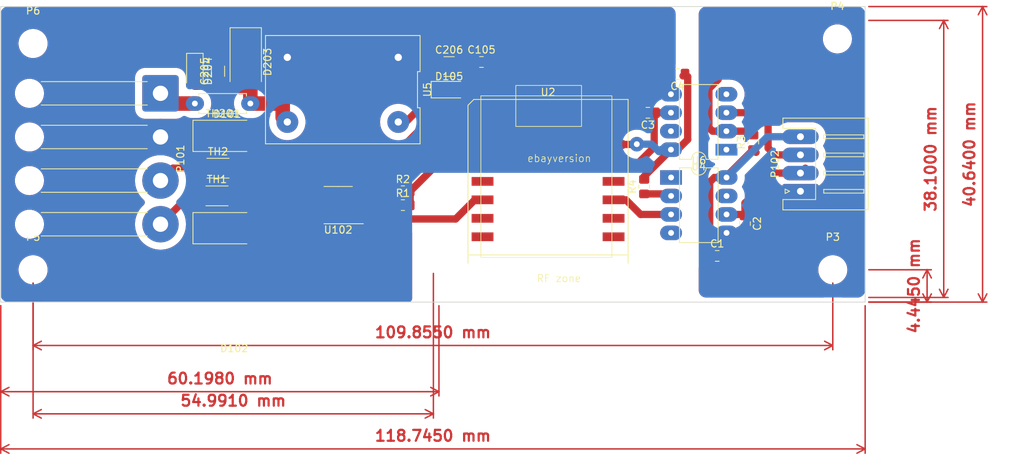
<source format=kicad_pcb>
(kicad_pcb (version 20221018) (generator pcbnew)
  (layers (0 "F.Cu" signal) (31 "B.Cu" signal) (34 "B.Paste" user) (35 "F.Paste" user) (36 "B.SilkS" user "B.Silkscreen") (37 "F.SilkS" user "F.Silkscreen") (38 "B.Mask" user) (39 "F.Mask" user) (44 "Edge.Cuts" user))
  (net 0 "")
  (net 1 "5V BMS")
  (net 2 "GND BMS")
  (net 3 "TX to BMS")
  (net 4 "GND")
  (net 5 "3v3")
  (net 6 "5V")
  (net 7 "Net-(D203-K)")
  (net 8 "5.8V")
  (net 9 "Net-(D101-K)")
  (net 10 "Net-(D102-K)")
  (net 11 "12v")
  (net 12 "CAN-H")
  (net 13 "CAN-L")
  (net 14 "RX from BMS")
  (net 15 "CAN-RX")
  (net 16 "Net-(U102-RXD)")
  (net 17 "Net-(U4-A)")
  (net 18 "Net-(U6-A)")
  (net 23 "CAN-TX")
  (net 25 "BMS-RX")
  (net 26 "BMS-TX")
  (net 27 "unconnected-(U2-gpio5-Pad1)")
  (net 28 "unconnected-(U2-gop6-Pad2)")
  (footprint "MountingHole:MountingHole_3.5mm" (layer "F.Cu") (at 127.635 44.45)
    (fp_text reference "P4" (at 0 -4.5) (layer "F.SilkS"))
    (fp_text value "CONN_1")
    (pad "" np_thru_hole circle (at 0 0) (size 3.5 3.5) (drill 3.5) (layers "*.Cu" "*.Mask"))
  )
  (footprint "Resistor_THT:R_Axial_DIN0207_L6.3mm_D2.5mm_P7.62mm_Horizontal" (layer "F.Cu") (at 46.99 53.34 180)
    (fp_text reference "TH201" (at 3.81 -1.37) (layer "F.SilkS"))
    (fp_text value "500mA Thermistor")
    (fp_line (start 0.54 -1.37) (end 7.08 -1.37) (stroke (width 0.12)) (layer "F.SilkS"))
    (fp_line (start 0.54 -1.04) (end 0.54 -1.37) (stroke (width 0.12)) (layer "F.SilkS"))
    (fp_line (start 0.54 1.04) (end 0.54 1.37) (stroke (width 0.12)) (layer "F.SilkS"))
    (fp_line (start 0.54 1.37) (end 7.08 1.37) (stroke (width 0.12)) (layer "F.SilkS"))
    (fp_line (start 7.08 -1.37) (end 7.08 -1.04) (stroke (width 0.12)) (layer "F.SilkS"))
    (fp_line (start 7.08 1.37) (end 7.08 1.04) (stroke (width 0.12)) (layer "F.SilkS"))
    (pad "1" thru_hole oval (at 0 0 180) (size 2.5 2) (drill 0.8) (layers "*.Cu" "*.Mask") (net 7 "Net-(D203-K)"))
    (pad "2" thru_hole oval (at 7.62 0 180) (size 2.5 2) (drill 0.8) (layers "*.Cu" "*.Mask") (net 11 "12v"))
  )
  (footprint "Diode_SMD:D_SMB_Handsoldering" (layer "F.Cu") (at 43.815 70.485)
    (fp_text reference "D102" (at 0.9528 16.5326) (layer "F.SilkS"))
    (fp_text value "SMBJ30CA-TR TSV")
    (fp_line (start -4.71 -2.15) (end -4.71 2.15) (stroke (width 0.12)) (layer "F.SilkS"))
    (fp_line (start -4.71 -2.15) (end 2.7 -2.15) (stroke (width 0.12)) (layer "F.SilkS"))
    (fp_line (start -4.71 2.15) (end 2.7 2.15) (stroke (width 0.12)) (layer "F.SilkS"))
    (pad "1" smd roundrect (at -2.7 0) (size 3.5 2.3) (layers "F.Cu" "F.Paste" "F.Mask") (roundrect_rratio 0.1086956522) (net 4 "GND"))
    (pad "2" smd roundrect (at 2.7 0) (size 3.5 2.3) (layers "F.Cu" "F.Paste" "F.Mask") (roundrect_rratio 0.1086956522) (net 10 "Net-(D102-K)"))
  )
  (footprint "Capacitor_SMD:C_0805_2012Metric_Pad1.18x1.45mm_HandSolder" (layer "F.Cu") (at 114.935 69.85 -90)
    (fp_text reference "C2" (at 0 -1.68 90) (layer "F.SilkS"))
    (fp_text value "15pF")
    (fp_line (start -0.261252 -0.735) (end 0.261252 -0.735) (stroke (width 0.12)) (layer "F.SilkS"))
    (fp_line (start -0.261252 0.735) (end 0.261252 0.735) (stroke (width 0.12)) (layer "F.SilkS"))
    (pad "1" smd roundrect (at -1.0375 0 270) (size 1.175 1.45) (layers "F.Cu" "F.Paste" "F.Mask") (roundrect_rratio 0.2127659574) (net 3 "TX to BMS"))
    (pad "2" smd roundrect (at 1.0375 0 270) (size 1.175 1.45) (layers "F.Cu" "F.Paste" "F.Mask") (roundrect_rratio 0.2127659574) (net 2 "GND BMS"))
  )
  (footprint "Capacitor_SMD:C_1206_3216Metric_Pad1.33x1.80mm_HandSolder" (layer "F.Cu") (at 42.545 48.895 90)
    (fp_text reference "C205" (at 0 -1.85 90) (layer "F.SilkS"))
    (fp_text value "100uF")
    (fp_line (start -0.711252 -0.91) (end 0.711252 -0.91) (stroke (width 0.12)) (layer "F.SilkS"))
    (fp_line (start -0.711252 0.91) (end 0.711252 0.91) (stroke (width 0.12)) (layer "F.SilkS"))
    (pad "1" smd roundrect (at -1.5625 0 90) (size 1.325 1.8) (layers "F.Cu" "F.Paste" "F.Mask") (roundrect_rratio 0.1886792453) (net 7 "Net-(D203-K)"))
    (pad "2" smd roundrect (at 1.5625 0 90) (size 1.325 1.8) (layers "F.Cu" "F.Paste" "F.Mask") (roundrect_rratio 0.1886792453) (net 4 "GND"))
  )
  (footprint "Capacitor_SMD:C_0805_2012Metric_Pad1.18x1.45mm_HandSolder" (layer "F.Cu") (at 111.125 74.295)
    (fp_text reference "C1" (at 0 -1.68) (layer "F.SilkS"))
    (fp_text value "100nF")
    (fp_line (start -0.261252 -0.735) (end 0.261252 -0.735) (stroke (width 0.12)) (layer "F.SilkS"))
    (fp_line (start -0.261252 0.735) (end 0.261252 0.735) (stroke (width 0.12)) (layer "F.SilkS"))
    (pad "1" smd roundrect (at -1.0375 0) (size 1.175 1.45) (layers "F.Cu" "F.Paste" "F.Mask") (roundrect_rratio 0.2127659574) (net 1 "5V BMS"))
    (pad "2" smd roundrect (at 1.0375 0) (size 1.175 1.45) (layers "F.Cu" "F.Paste" "F.Mask") (roundrect_rratio 0.2127659574) (net 2 "GND BMS"))
  )
  (footprint "Package_SO:SOIC-8_3.9x4.9mm_P1.27mm" (layer "F.Cu") (at 59.055 67.31 180)
    (fp_text reference "U102" (at 0 -3.4) (layer "F.SilkS"))
    (fp_text value "TJA1050")
    (fp_line (start 0 -2.56) (end -3.45 -2.56) (stroke (width 0.12)) (layer "F.SilkS"))
    (fp_line (start 0 -2.56) (end 1.95 -2.56) (stroke (width 0.12)) (layer "F.SilkS"))
    (fp_line (start 0 2.56) (end -1.95 2.56) (stroke (width 0.12)) (layer "F.SilkS"))
    (fp_line (start 0 2.56) (end 1.95 2.56) (stroke (width 0.12)) (layer "F.SilkS"))
    (pad "1" smd roundrect (at -2.475 -1.905 180) (size 1.95 0.6) (layers "F.Cu" "F.Paste" "F.Mask") (net 23 "CAN-TX"))
    (pad "2" smd roundrect (at -2.475 -0.635 180) (size 1.95 0.6) (layers "F.Cu" "F.Paste" "F.Mask") (net 4 "GND"))
    (pad "3" smd roundrect (at -2.475 0.635 180) (size 1.95 0.6) (layers "F.Cu" "F.Paste" "F.Mask") (net 6 "5V"))
    (pad "4" smd roundrect (at -2.475 1.905 180) (size 1.95 0.6) (layers "F.Cu" "F.Paste" "F.Mask") (net 16 "Net-(U102-RXD)"))
    (pad "5" smd roundrect (at 2.475 1.905 180) (size 1.95 0.6) (layers "F.Cu" "F.Paste" "F.Mask"))
    (pad "6" smd roundrect (at 2.475 0.635 180) (size 1.95 0.6) (layers "F.Cu" "F.Paste" "F.Mask") (net 9 "Net-(D101-K)"))
    (pad "7" smd roundrect (at 2.475 -0.635 180) (size 1.95 0.6) (layers "F.Cu" "F.Paste" "F.Mask") (net 10 "Net-(D102-K)"))
    (pad "8" smd roundrect (at 2.475 -1.905 180) (size 1.95 0.6) (layers "F.Cu" "F.Paste" "F.Mask") (net 4 "GND"))
  )
  (footprint "Diode_SMD:D_1206_3216Metric_Pad1.42x1.75mm_HandSolder" (layer "F.Cu") (at 39.37 48.895 -90)
    (fp_text reference "D204" (at 0 -1.82 90) (layer "F.SilkS"))
    (fp_text value "1N5819")
    (fp_line (start -2.46 -1.135) (end -2.46 1.135) (stroke (width 0.12)) (layer "F.SilkS"))
    (fp_line (start -2.46 1.135) (end 1.6 1.135) (stroke (width 0.12)) (layer "F.SilkS"))
    (fp_line (start 1.6 -1.135) (end -2.46 -1.135) (stroke (width 0.12)) (layer "F.SilkS"))
    (pad "1" smd roundrect (at -1.4875 0 270) (size 1.425 1.75) (layers "F.Cu" "F.Paste" "F.Mask") (roundrect_rratio 0.1754392982) (net 4 "GND"))
    (pad "2" smd roundrect (at 1.4875 0 270) (size 1.425 1.75) (layers "F.Cu" "F.Paste" "F.Mask") (roundrect_rratio 0.1754392982) (net 7 "Net-(D203-K)"))
  )
  (footprint "Resistor_SMD:R_2010_5025Metric_Pad1.40x2.65mm_HandSolder" (layer "F.Cu") (at 42.545 62.23)
    (fp_text reference "TH2" (at 0 -2.28) (layer "F.SilkS"))
    (fp_text value "Thermistor")
    (fp_line (start -1.527064 -1.36) (end 1.527064 -1.36) (stroke (width 0.12)) (layer "F.SilkS"))
    (fp_line (start -1.527064 1.36) (end 1.527064 1.36) (stroke (width 0.12)) (layer "F.SilkS"))
    (pad "1" smd roundrect (at -2.4 0) (size 1.4 2.65) (layers "F.Cu" "F.Paste" "F.Mask") (roundrect_rratio 0.1785707143) (net 13 "CAN-L"))
    (pad "2" smd roundrect (at 2.4 0) (size 1.4 2.65) (layers "F.Cu" "F.Paste" "F.Mask") (roundrect_rratio 0.1785707143) (net 9 "Net-(D101-K)"))
  )
  (footprint "Resistor_SMD:R_0805_2012Metric_Pad1.20x1.40mm_HandSolder" (layer "F.Cu") (at 67.945 65.405)
    (fp_text reference "R2" (at 0 -1.65) (layer "F.SilkS"))
    (fp_text value "2.2K")
    (fp_line (start -0.227064 -0.735) (end 0.227064 -0.735) (stroke (width 0.12)) (layer "F.SilkS"))
    (fp_line (start -0.227064 0.735) (end 0.227064 0.735) (stroke (width 0.12)) (layer "F.SilkS"))
    (pad "1" smd roundrect (at -1 0) (size 1.2 1.4) (layers "F.Cu" "F.Paste" "F.Mask") (roundrect_rratio 0.2083333333) (net 16 "Net-(U102-RXD)"))
    (pad "2" smd roundrect (at 1 0) (size 1.2 1.4) (layers "F.Cu" "F.Paste" "F.Mask") (roundrect_rratio 0.2083333333) (net 15 "CAN-RX"))
  )
  (footprint "Diode_SMD:D_SMB_Handsoldering" (layer "F.Cu") (at 43.815 57.785)
    (fp_text reference "D101" (at 0 -3) (layer "F.SilkS"))
    (fp_text value "SMBJ30CA-TR TSV")
    (fp_line (start -4.71 -2.15) (end -4.71 2.15) (stroke (width 0.12)) (layer "F.SilkS"))
    (fp_line (start -4.71 -2.15) (end 2.7 -2.15) (stroke (width 0.12)) (layer "F.SilkS"))
    (fp_line (start -4.71 2.15) (end 2.7 2.15) (stroke (width 0.12)) (layer "F.SilkS"))
    (pad "1" smd roundrect (at -2.7 0) (size 3.5 2.3) (layers "F.Cu" "F.Paste" "F.Mask") (roundrect_rratio 0.1086956522) (net 4 "GND"))
    (pad "2" smd roundrect (at 2.7 0) (size 3.5 2.3) (layers "F.Cu" "F.Paste" "F.Mask") (roundrect_rratio 0.1086956522) (net 9 "Net-(D101-K)"))
  )
  (footprint "Resistor_SMD:R_2010_5025Metric_Pad1.40x2.65mm_HandSolder" (layer "F.Cu") (at 42.405 66.04)
    (fp_text reference "TH1" (at 0 -2.28) (layer "F.SilkS"))
    (fp_text value "Thermistor")
    (fp_line (start -1.527064 -1.36) (end 1.527064 -1.36) (stroke (width 0.12)) (layer "F.SilkS"))
    (fp_line (start -1.527064 1.36) (end 1.527064 1.36) (stroke (width 0.12)) (layer "F.SilkS"))
    (pad "1" smd roundrect (at -2.4 0) (size 1.4 2.65) (layers "F.Cu" "F.Paste" "F.Mask") (roundrect_rratio 0.1785707143) (net 12 "CAN-H"))
    (pad "2" smd roundrect (at 2.4 0) (size 1.4 2.65) (layers "F.Cu" "F.Paste" "F.Mask") (roundrect_rratio 0.1785707143) (net 10 "Net-(D102-K)"))
  )
  (footprint "Package_DIP:DIP-8_W7.62mm" (layer "F.Cu") (at 104.785 63.51)
    (fp_text reference "U6" (at 3.81 -2.33) (layer "F.SilkS"))
    (fp_text value "6N137")
    (fp_line (start 1.16 -1.33) (end 1.16 8.95) (stroke (width 0.12)) (layer "F.SilkS"))
    (fp_line (start 1.16 8.95) (end 6.46 8.95) (stroke (width 0.12)) (layer "F.SilkS"))
    (fp_line (start 2.81 -1.33) (end 1.16 -1.33) (stroke (width 0.12)) (layer "F.SilkS"))
    (fp_line (start 6.46 -1.33) (end 4.81 -1.33) (stroke (width 0.12)) (layer "F.SilkS"))
    (fp_line (start 6.46 8.95) (end 6.46 -1.33) (stroke (width 0.12)) (layer "F.SilkS"))
    (fp_arc (start 4.81 -1.33) (mid 3.81 -0.33) (end 2.81 -1.33) (stroke (width 0.12)) (layer "F.SilkS"))
    (pad "1" thru_hole rect (at 0 0) (size 3 2) (drill 0.8) (layers "*.Cu" "*.Mask"))
    (pad "2" thru_hole oval (at 0 2.54) (size 3 2) (drill 0.8) (layers "*.Cu" "*.Mask") (net 18 "Net-(U6-A)"))
    (pad "3" thru_hole oval (at 0 5.08) (size 3 2) (drill 0.8) (layers "*.Cu" "*.Mask") (net 26 "BMS-TX"))
    (pad "4" thru_hole oval (at 0 7.62) (size 3 2) (drill 0.8) (layers "*.Cu" "*.Mask"))
    (pad "5" thru_hole oval (at 7.62 7.62) (size 3 2) (drill 0.8) (layers "*.Cu" "*.Mask") (net 2 "GND BMS"))
    (pad "6" thru_hole oval (at 7.62 5.08) (size 3 2) (drill 0.8) (layers "*.Cu" "*.Mask") (net 3 "TX to BMS"))
    (pad "7" thru_hole oval (at 7.62 2.54) (size 3 2) (drill 0.8) (layers "*.Cu" "*.Mask"))
    (pad "8" thru_hole oval (at 7.62 0) (size 3 2) (drill 0.8) (layers "*.Cu" "*.Mask") (net 1 "5V BMS"))
  )
  (footprint "MountingHole:MountingHole_3.5mm" (layer "F.Cu") (at 127 76.2)
    (fp_text reference "P3" (at 0 -4.5) (layer "F.SilkS"))
    (fp_text value "CONN_1")
    (pad "" np_thru_hole circle (at 0 0) (size 3.5 3.5) (drill 3.5) (layers "*.Cu" "*.Mask"))
  )
  (footprint "Diode_SMD:D_SMB_Handsoldering" (layer "F.Cu") (at 46.355 47.625 -90)
    (fp_text reference "D203" (at 0 -3 -90) (layer "F.SilkS"))
    (fp_text value "SMBJ30CA-TR TSV")
    (fp_line (start -4.71 -2.15) (end -4.71 2.15) (stroke (width 0.12)) (layer "F.SilkS"))
    (fp_line (start -4.71 -2.15) (end 2.7 -2.15) (stroke (width 0.12)) (layer "F.SilkS"))
    (fp_line (start -4.71 2.15) (end 2.7 2.15) (stroke (width 0.12)) (layer "F.SilkS"))
    (pad "1" smd roundrect (at -2.7 0 270) (size 3.5 2.3) (layers "F.Cu" "F.Paste" "F.Mask") (roundrect_rratio 0.1086956522) (net 4 "GND"))
    (pad "2" smd roundrect (at 2.7 0 270) (size 3.5 2.3) (layers "F.Cu" "F.Paste" "F.Mask") (roundrect_rratio 0.1086956522) (net 7 "Net-(D203-K)"))
  )
  (footprint "Capacitor_SMD:C_0805_2012Metric_Pad1.18x1.45mm_HandSolder" (layer "F.Cu") (at 101.6 54.61 180)
    (fp_text reference "C3" (at 0 -1.68) (layer "F.SilkS"))
    (fp_text value "15pF")
    (fp_line (start -0.261252 -0.735) (end 0.261252 -0.735) (stroke (width 0.12)) (layer "F.SilkS"))
    (fp_line (start -0.261252 0.735) (end 0.261252 0.735) (stroke (width 0.12)) (layer "F.SilkS"))
    (pad "1" smd roundrect (at -1.0375 0 180) (size 1.175 1.45) (layers "F.Cu" "F.Paste" "F.Mask") (roundrect_rratio 0.2127659574) (net 25 "BMS-RX"))
    (pad "2" smd roundrect (at 1.0375 0 180) (size 1.175 1.45) (layers "F.Cu" "F.Paste" "F.Mask") (roundrect_rratio 0.2127659574) (net 4 "GND"))
  )
  (footprint "Connector_Wire:SolderWire-1.5sqmm_1x04_P6mm_D1.7mm_OD3mm_Relief" (layer "F.Cu") (at 34.6456 51.9374 -90)
    (fp_text reference "P101" (at 9 -2.75 90) (layer "F.SilkS"))
    (fp_text value "CAN")
    (fp_line (start -1.61 1.81) (end -1.61 16.39) (stroke (width 0.12)) (layer "F.SilkS"))
    (fp_line (start 1.61 1.81) (end 1.61 16.39) (stroke (width 0.12)) (layer "F.SilkS"))
    (fp_line (start 4.39 1.81) (end 4.39 16.39) (stroke (width 0.12)) (layer "F.SilkS"))
    (fp_line (start 7.61 1.81) (end 7.61 16.39) (stroke (width 0.12)) (layer "F.SilkS"))
    (fp_line (start 10.39 1.81) (end 10.39 16.39) (stroke (width 0.12)) (layer "F.SilkS"))
    (fp_line (start 13.61 1.81) (end 13.61 16.39) (stroke (width 0.12)) (layer "F.SilkS"))
    (fp_line (start 16.39 1.81) (end 16.39 16.39) (stroke (width 0.12)) (layer "F.SilkS"))
    (fp_line (start 19.61 1.81) (end 19.61 16.39) (stroke (width 0.12)) (layer "F.SilkS"))
    (pad "" np_thru_hole circle (at 0 18 270) (size 3.5 3.5) (drill 3.5) (layers "*.Cu" "*.Mask"))
    (pad "" np_thru_hole circle (at 6 18 270) (size 3.5 3.5) (drill 3.5) (layers "*.Cu" "*.Mask"))
    (pad "" np_thru_hole circle (at 12 18 270) (size 3.5 3.5) (drill 3.5) (layers "*.Cu" "*.Mask"))
    (pad "" np_thru_hole circle (at 18 18 270) (size 3.5 3.5) (drill 3.5) (layers "*.Cu" "*.Mask"))
    (pad "1" thru_hole roundrect (at 0 0 270) (size 5 5) (drill 2.1) (layers "*.Cu" "*.Mask") (roundrect_rratio 0.080645) (net 11 "12v"))
    (pad "2" thru_hole circle (at 6 0 270) (size 5 5) (drill 2.1) (layers "*.Cu" "*.Mask") (net 4 "GND"))
    (pad "3" thru_hole circle (at 12 0 270) (size 5 5) (drill 2.1) (layers "*.Cu" "*.Mask") (net 13 "CAN-L"))
    (pad "4" thru_hole circle (at 18 0 270) (size 5 5) (drill 2.1) (layers "*.Cu" "*.Mask") (net 12 "CAN-H"))
  )
  (footprint "Resistor_SMD:R_0805_2012Metric_Pad1.20x1.40mm_HandSolder" (layer "F.Cu") (at 67.945 67.31)
    (fp_text reference "R1" (at 0 -1.65) (layer "F.SilkS"))
    (fp_text value "3.3K")
    (fp_line (start -0.227064 -0.735) (end 0.227064 -0.735) (stroke (width 0.12)) (layer "F.SilkS"))
    (fp_line (start -0.227064 0.735) (end 0.227064 0.735) (stroke (width 0.12)) (layer "F.SilkS"))
    (pad "1" smd roundrect (at -1 0) (size 1.2 1.4) (layers "F.Cu" "F.Paste" "F.Mask") (roundrect_rratio 0.2083333333) (net 4 "GND"))
    (pad "2" smd roundrect (at 1 0) (size 1.2 1.4) (layers "F.Cu" "F.Paste" "F.Mask") (roundrect_rratio 0.2083333333) (net 15 "CAN-RX"))
  )
  (footprint "Diode_SMD:D_1206_3216Metric_Pad1.42x1.75mm_HandSolder" (layer "F.Cu") (at 74.295 51.435)
    (fp_text reference "D105" (at 0 -1.82) (layer "F.SilkS"))
    (fp_text value "1N5819")
    (fp_line (start -2.46 -1.135) (end -2.46 1.135) (stroke (width 0.12)) (layer "F.SilkS"))
    (fp_line (start -2.46 1.135) (end 1.6 1.135) (stroke (width 0.12)) (layer "F.SilkS"))
    (fp_line (start 1.6 -1.135) (end -2.46 -1.135) (stroke (width 0.12)) (layer "F.SilkS"))
    (pad "1" smd roundrect (at -1.4875 0) (size 1.425 1.75) (layers "F.Cu" "F.Paste" "F.Mask") (roundrect_rratio 0.1754392982) (net 8 "5.8V"))
    (pad "2" smd roundrect (at 1.4875 0) (size 1.425 1.75) (layers "F.Cu" "F.Paste" "F.Mask") (roundrect_rratio 0.1754392982) (net 6 "5V"))
  )
  (footprint "MountingHole:MountingHole_3.5mm" (layer "F.Cu") (at 17.145 76.2)
    (fp_text reference "P5" (at 0 -4.5) (layer "F.SilkS"))
    (fp_text value "CONN_1")
    (pad "" np_thru_hole circle (at 0 0) (size 3.5 3.5) (drill 3.5) (layers "*.Cu" "*.Mask"))
  )
  (footprint "iebSpecials:ESP-C3-Zero-ebay" (layer "F.Cu") (at 78.634 53.844)
    (fp_text reference "U2" (at 9.25 -2.06) (layer "F.SilkS"))
    (fp_text value "esp32-c3-ebay")
    (fp_text user "RF zone" (at 7.62 24.13 unlocked) (layer "F.SilkS") (effects (font (thickness 0.1)) (justify left bottom)))
    (fp_text user "ebayversion" (at 6.35 7.62 unlocked) (layer "F.SilkS") (effects (font (thickness 0.1)) (justify left bottom)))
    (fp_line (start -1.75 -0.26) (end -0.95 -1.06) (stroke (width 0.12)) (layer "F.SilkS"))
    (fp_line (start -1.75 21.46) (end -1.75 -0.26) (stroke (width 0.12)) (layer "F.SilkS"))
    (fp_line (start -0.95 -1.06) (end 20.25 -1.06) (stroke (width 0.12)) (layer "F.SilkS"))
    (fp_line (start 20.25 -1.06) (end 20.25 21.46) (stroke (width 0.12)) (layer "F.SilkS"))
    (fp_line (start 20.25 20.32) (end -1.75 20.32) (stroke (width 0.12)) (layer "F.SilkS"))
    (fp_rect (start 0.02 -1.57) (end 18.02 20.66) (stroke (width 0.1)) (fill none) (layer "F.SilkS"))
    (fp_rect (start 4.82 -2.99) (end 13.85 2.65) (stroke (width 0.1)) (fill none) (layer "F.SilkS"))
    (pad "1" smd rect (at 0.25 0.04 270) (size 1.2 3) (layers "F.Cu" "F.Paste" "F.Mask") (net 27 "unconnected-(U2-gpio5-Pad1)"))
    (pad "2" smd rect (at 0.25 2.58 270) (size 1.2 3) (layers "F.Cu" "F.Paste" "F.Mask") (net 28 "unconnected-(U2-gop6-Pad2)"))
    (pad "3" smd rect (at 0.25 5.12 270) (size 1.2 3) (layers "F.Cu" "F.Paste" "F.Mask"))
    (pad "4" smd rect (at 0.25 7.66 270) (size 1.2 3) (layers "F.Cu" "F.Paste" "F.Mask") (net 15 "CAN-RX"))
    (pad "5" smd rect (at 0.25 10.2 270) (size 1.2 3) (layers "F.Cu" "F.Paste" "F.Mask"))
    (pad "6" smd rect (at 0.25 12.74 270) (size 1.2 3) (layers "F.Cu" "F.Paste" "F.Mask") (net 23 "CAN-TX"))
    (pad "7" smd rect (at 0.25 15.28 270) (size 1.2 3) (layers "F.Cu" "F.Paste" "F.Mask"))
    (pad "8" smd rect (at 0.25 17.82 270) (size 1.2 3) (layers "F.Cu" "F.Paste" "F.Mask"))
    (pad "9" smd rect (at 18.25 17.82 270) (size 1.2 3) (layers "F.Cu" "F.Paste" "F.Mask"))
    (pad "10" smd rect (at 18.25 15.28 270) (size 1.2 3) (layers "F.Cu" "F.Paste" "F.Mask"))
    (pad "11" smd rect (at 18.25 12.74 270) (size 1.2 3) (layers "F.Cu" "F.Paste" "F.Mask") (net 26 "BMS-TX"))
    (pad "12" smd rect (at 18.25 10.2 270) (size 1.2 3) (layers "F.Cu" "F.Paste" "F.Mask"))
    (pad "13" smd rect (at 18.25 7.66 270) (size 1.2 3) (layers "F.Cu" "F.Paste" "F.Mask") (net 25 "BMS-RX"))
    (pad "14" smd rect (at 18.25 5.12 270) (size 1.2 3) (layers "F.Cu" "F.Paste" "F.Mask") (net 5 "3v3"))
    (pad "15" smd rect (at 18.25 2.58 270) (size 1.2 3) (layers "F.Cu" "F.Paste" "F.Mask") (net 4 "GND"))
    (pad "16" smd rect (at 18.25 0.04 270) (size 1.2 3) (layers "F.Cu" "F.Paste" "F.Mask") (net 6 "5V"))
  )
  (footprint "Connector_JST:JST_XH_S4B-XH-A_1x04_P2.50mm_Horizontal" (layer "F.Cu") (at 122.555 65.405 90)
    (fp_text reference "P102" (at 3.75 -3.5 90) (layer "F.SilkS"))
    (fp_text value "BMS UART")
    (fp_line (start -2.56 -2.41) (end -1.14 -2.41) (stroke (width 0.12)) (layer "F.SilkS"))
    (fp_line (start -2.56 9.31) (end -2.56 -2.41) (stroke (width 0.12)) (layer "F.SilkS"))
    (fp_line (start -1.14 -2.41) (end -1.14 2.09) (stroke (width 0.12)) (layer "F.SilkS"))
    (fp_line (start -1.14 2.09) (end 3.75 2.09) (stroke (width 0.12)) (layer "F.SilkS"))
    (fp_line (start -0.3 -2.1) (end 0.3 -2.1) (stroke (width 0.12)) (layer "F.SilkS"))
    (fp_line (start -0.25 3.2) (end -0.25 8.7) (stroke (width 0.12)) (layer "F.SilkS"))
    (fp_line (start -0.25 8.7) (end 0.25 8.7) (stroke (width 0.12)) (layer "F.SilkS"))
    (fp_line (start 0 -1.5) (end -0.3 -2.1) (stroke (width 0.12)) (layer "F.SilkS"))
    (fp_line (start 0.25 3.2) (end -0.25 3.2) (stroke (width 0.12)) (layer "F.SilkS"))
    (fp_line (start 0.25 8.7) (end 0.25 3.2) (stroke (width 0.12)) (layer "F.SilkS"))
    (fp_line (start 0.3 -2.1) (end 0 -1.5) (stroke (width 0.12)) (layer "F.SilkS"))
    (fp_line (start 2.25 3.2) (end 2.25 8.7) (stroke (width 0.12)) (layer "F.SilkS"))
    (fp_line (start 2.25 8.7) (end 2.75 8.7) (stroke (width 0.12)) (layer "F.SilkS"))
    (fp_line (start 2.75 3.2) (end 2.25 3.2) (stroke (width 0.12)) (layer "F.SilkS"))
    (fp_line (start 2.75 8.7) (end 2.75 3.2) (stroke (width 0.12)) (layer "F.SilkS"))
    (fp_line (start 3.75 9.31) (end -2.56 9.31) (stroke (width 0.12)) (layer "F.SilkS"))
    (fp_line (start 3.75 9.31) (end 10.06 9.31) (stroke (width 0.12)) (layer "F.SilkS"))
    (fp_line (start 4.75 3.2) (end 4.75 8.7) (stroke (width 0.12)) (layer "F.SilkS"))
    (fp_line (start 4.75 8.7) (end 5.25 8.7) (stroke (width 0.12)) (layer "F.SilkS"))
    (fp_line (start 5.25 3.2) (end 4.75 3.2) (stroke (width 0.12)) (layer "F.SilkS"))
    (fp_line (start 5.25 8.7) (end 5.25 3.2) (stroke (width 0.12)) (layer "F.SilkS"))
    (fp_line (start 7.25 3.2) (end 7.25 8.7) (stroke (width 0.12)) (layer "F.SilkS"))
    (fp_line (start 7.25 8.7) (end 7.75 8.7) (stroke (width 0.12)) (layer "F.SilkS"))
    (fp_line (start 7.75 3.2) (end 7.25 3.2) (stroke (width 0.12)) (layer "F.SilkS"))
    (fp_line (start 7.75 8.7) (end 7.75 3.2) (stroke (width 0.12)) (layer "F.SilkS"))
    (fp_line (start 8.64 -2.41) (end 8.64 2.09) (stroke (width 0.12)) (layer "F.SilkS"))
    (fp_line (start 8.64 2.09) (end 3.75 2.09) (stroke (width 0.12)) (layer "F.SilkS"))
    (fp_line (start 10.06 -2.41) (end 8.64 -2.41) (stroke (width 0.12)) (layer "F.SilkS"))
    (fp_line (start 10.06 9.31) (end 10.06 -2.41) (stroke (width 0.12)) (layer "F.SilkS"))
    (pad "1" thru_hole roundrect (at 0 0 90) (size 2 5) (drill 0.95) (layers "*.Cu" "*.Mask") (roundrect_rratio 0.147059) (net 2 "GND BMS"))
    (pad "2" thru_hole oval (at 2.5 0 90) (size 2 5) (drill 0.95) (layers "*.Cu" "*.Mask") (net 3 "TX to BMS"))
    (pad "3" thru_hole oval (at 5 0 90) (size 2 5) (drill 0.95) (layers "*.Cu" "*.Mask") (net 14 "RX from BMS"))
    (pad "4" thru_hole oval (at 7.5 0 90) (size 2 5) (drill 0.95) (layers "*.Cu" "*.Mask") (net 1 "5V BMS"))
  )
  (footprint "MountingHole:MountingHole_3.5mm" (layer "F.Cu") (at 17.145 45.085)
    (fp_text reference "P6" (at 0 -4.5) (layer "F.SilkS"))
    (fp_text value "CONN_1")
    (pad "" np_thru_hole circle (at 0 0) (size 3.5 3.5) (drill 3.5) (layers "*.Cu" "*.Mask"))
  )
  (footprint "Resistor_SMD:R_0805_2012Metric_Pad1.20x1.40mm_HandSolder" (layer "F.Cu") (at 116.078 58.674 90)
    (fp_text reference "R3" (at 0 -1.65 90) (layer "F.SilkS"))
    (fp_text value "2K2")
    (fp_line (start -0.227064 -0.735) (end 0.227064 -0.735) (stroke (width 0.12)) (layer "F.SilkS"))
    (fp_line (start -0.227064 0.735) (end 0.227064 0.735) (stroke (width 0.12)) (layer "F.SilkS"))
    (pad "1" smd roundrect (at -1 0 90) (size 1.2 1.4) (layers "F.Cu" "F.Paste" "F.Mask") (roundrect_rratio 0.2083333333) (net 1 "5V BMS"))
    (pad "2" smd roundrect (at 1 0 90) (size 1.2 1.4) (layers "F.Cu" "F.Paste" "F.Mask") (roundrect_rratio 0.2083333333) (net 17 "Net-(U4-A)"))
  )
  (footprint "Capacitor_SMD:C_0805_2012Metric_Pad1.18x1.45mm_HandSolder" (layer "F.Cu") (at 105.664 49.276 180)
    (fp_text reference "C4" (at 0 -1.68) (layer "F.SilkS"))
    (fp_text value "100nF")
    (fp_line (start -0.261252 -0.735) (end 0.261252 -0.735) (stroke (width 0.12)) (layer "F.SilkS"))
    (fp_line (start -0.261252 0.735) (end 0.261252 0.735) (stroke (width 0.12)) (layer "F.SilkS"))
    (pad "1" smd roundrect (at -1.0375 0 180) (size 1.175 1.45) (layers "F.Cu" "F.Paste" "F.Mask") (roundrect_rratio 0.2127659574) (net 5 "3v3"))
    (pad "2" smd roundrect (at 1.0375 0 180) (size 1.175 1.45) (layers "F.Cu" "F.Paste" "F.Mask") (roundrect_rratio 0.2127659574) (net 4 "GND"))
  )
  (footprint "Capacitor_SMD:C_1210_3225Metric_Pad1.33x2.70mm_HandSolder" (layer "F.Cu") (at 74.295 48.26)
    (fp_text reference "C206" (at 0 -2.3) (layer "F.SilkS"))
    (fp_text value "1uF")
    (fp_line (start -0.711252 -1.36) (end 0.711252 -1.36) (stroke (width 0.12)) (layer "F.SilkS"))
    (fp_line (start -0.711252 1.36) (end 0.711252 1.36) (stroke (width 0.12)) (layer "F.SilkS"))
    (pad "1" smd roundrect (at -1.5625 0) (size 1.325 2.7) (layers "F.Cu" "F.Paste" "F.Mask") (roundrect_rratio 0.1886792453) (net 8 "5.8V"))
    (pad "2" smd roundrect (at 1.5625 0) (size 1.325 2.7) (layers "F.Cu" "F.Paste" "F.Mask") (roundrect_rratio 0.1886792453) (net 4 "GND"))
  )
  (footprint "Package_DIP:DIP-8_W7.62mm" (layer "F.Cu") (at 112.385 59.68 180)
    (fp_text reference "U4" (at 3.81 -2.33) (layer "F.SilkS"))
    (fp_text value "6N137")
    (fp_line (start 1.16 -1.33) (end 1.16 8.95) (stroke (width 0.12)) (layer "F.SilkS"))
    (fp_line (start 1.16 8.95) (end 6.46 8.95) (stroke (width 0.12)) (layer "F.SilkS"))
    (fp_line (start 2.81 -1.33) (end 1.16 -1.33) (stroke (width 0.12)) (layer "F.SilkS"))
    (fp_line (start 6.46 -1.33) (end 4.81 -1.33) (stroke (width 0.12)) (layer "F.SilkS"))
    (fp_line (start 6.46 8.95) (end 6.46 -1.33) (stroke (width 0.12)) (layer "F.SilkS"))
    (fp_arc (start 4.81 -1.33) (mid 3.81 -0.33) (end 2.81 -1.33) (stroke (width 0.12)) (layer "F.SilkS"))
    (pad "1" thru_hole rect (at 0 0 180) (size 3 1.6) (drill 0.8) (layers "*.Cu" "*.Mask"))
    (pad "2" thru_hole oval (at 0 2.54 180) (size 3 2) (drill 0.8) (layers "*.Cu" "*.Mask") (net 17 "Net-(U4-A)"))
    (pad "3" thru_hole oval (at 0 5.08 180) (size 3 2) (drill 0.8) (layers "*.Cu" "*.Mask") (net 14 "RX from BMS"))
    (pad "4" thru_hole oval (at 0 7.62 180) (size 3 2) (drill 0.8) (layers "*.Cu" "*.Mask"))
    (pad "5" thru_hole oval (at 7.62 7.62 180) (size 3 2) (drill 0.8) (layers "*.Cu" "*.Mask") (net 4 "GND"))
    (pad "6" thru_hole oval (at 7.62 5.08 180) (size 3 2) (drill 0.8) (layers "*.Cu" "*.Mask") (net 25 "BMS-RX"))
    (pad "7" thru_hole oval (at 7.62 2.54 180) (size 3 2) (drill 0.8) (layers "*.Cu" "*.Mask"))
    (pad "8" thru_hole oval (at 7.62 0 180) (size 3 2) (drill 0.8) (layers "*.Cu" "*.Mask") (net 5 "3v3"))
  )
  (footprint "iebSpecials:Mini360 DCDCConverter" (layer "F.Cu") (at 59.69 51.435 180)
    (fp_text reference "U5" (at -11.62 0 90) (layer "F.SilkS"))
    (fp_text value "DCDCConverter")
    (fp_line (start -10.62 -7.445) (end -10.62 -2.481666) (stroke (width 0.12)) (layer "F.SilkS"))
    (fp_line (start -10.62 -2.481666) (end -10.26 -2.481666) (stroke (width 0.12)) (layer "F.SilkS"))
    (fp_line (start -10.62 2.481666) (end -10.62 7.444999) (stroke (width 0.12)) (layer "F.SilkS"))
    (fp_line (start -10.62 7.444999) (end 10.62 7.445) (stroke (width 0.12)) (layer "F.SilkS"))
    (fp_line (start -10.26 -2.481666) (end -10.26 2.481666) (stroke (width 0.12)) (layer "F.SilkS"))
    (fp_line (start -10.26 2.481666) (end -10.62 2.481666) (stroke (width 0.12)) (layer "F.SilkS"))
    (fp_line (start 10.62 -7.444999) (end -10.62 -7.445) (stroke (width 0.12)) (layer "F.SilkS"))
    (fp_line (start 10.62 7.445) (end 10.62 -7.444999) (stroke (width 0.12)) (layer "F.SilkS"))
    (pad "1" thru_hole circle (at 7.62 -4.445 180) (size 3 3) (drill 1) (layers "*.Cu" "*.Mask") (net 7 "Net-(D203-K)"))
    (pad "2" thru_hole circle (at 7.62 4.445 180) (size 3 3) (drill 1) (layers "*.Cu" "*.Mask") (net 4 "GND"))
    (pad "3" thru_hole circle (at -7.62 -4.445 180) (size 3 3) (drill 1) (layers "*.Cu" "*.Mask") (net 8 "5.8V"))
    (pad "4" thru_hole circle (at -7.62 4.445 180) (size 3 3) (drill 1) (layers "*.Cu" "*.Mask") (net 4 "GND"))
  )
  (footprint "Resistor_SMD:R_0805_2012Metric_Pad1.20x1.40mm_HandSolder" (layer "F.Cu") (at 101.092 64.77 90)
    (fp_text reference "R4" (at 0 -1.65 90) (layer "F.SilkS"))
    (fp_text value "1K")
    (fp_line (start -0.227064 -0.735) (end 0.227064 -0.735) (stroke (width 0.12)) (layer "F.SilkS"))
    (fp_line (start -0.227064 0.735) (end 0.227064 0.735) (stroke (width 0.12)) (layer "F.SilkS"))
    (pad "1" smd roundrect (at -1 0 90) (size 1.2 1.4) (layers "F.Cu" "F.Paste" "F.Mask") (roundrect_rratio 0.2083333333) (net 18 "Net-(U6-A)"))
    (pad "2" smd roundrect (at 1 0 90) (size 1.2 1.4) (layers "F.Cu" "F.Paste" "F.Mask") (roundrect_rratio 0.2083333333) (net 5 "3v3"))
  )
  (footprint "Capacitor_SMD:C_0805_2012Metric_Pad1.18x1.45mm_HandSolder" (layer "F.Cu") (at 78.74 47.625)
    (fp_text reference "C105" (at 0 -1.68) (layer "F.SilkS"))
    (fp_text value "100nF")
    (fp_line (start -0.261252 -0.735) (end 0.261252 -0.735) (stroke (width 0.12)) (layer "F.SilkS"))
    (fp_line (start -0.261252 0.735) (end 0.261252 0.735) (stroke (width 0.12)) (layer "F.SilkS"))
    (pad "1" smd roundrect (at -1.0375 0) (size 1.175 1.45) (layers "F.Cu" "F.Paste" "F.Mask") (roundrect_rratio 0.2127659574) (net 4 "GND"))
    (pad "2" smd roundrect (at 1.0375 0) (size 1.175 1.45) (layers "F.Cu" "F.Paste" "F.Mask") (roundrect_rratio 0.2127659574) (net 6 "5V"))
  )
  (gr_rect (start 12.7 40.005) (end 131.445 80.645) (stroke (width 0.1)) (fill none) (layer "Edge.Cuts"))
  (gr_text "12V" (at 20.32 53.34) (layer "F.Cu") (effects (font (size 2 2) (thickness 0.3)) (justify left bottom)))
  (gr_text "BMS Uart" (at 119.38 52.07) (layer "F.Cu") (effects (font (size 1.5 1.5) (thickness 0.3) bold) (justify left bottom)))
  (gr_text "0V" (at 20.32 59.055) (layer "F.Cu") (effects (font (size 2 2) (thickness 0.3)) (justify left bottom)))
  (gr_text "CanL" (at 20.32 65.405) (layer "F.Cu") (effects (font (size 2 2) (thickness 0.3)) (justify left bottom)))
  (gr_text "CanH" (at 20.32 71.12) (layer "F.Cu") (effects (font (size 2 2) (thickness 0.3)) (justify left bottom)))
  (dimension (type aligned) (layer "F.Cu") (pts (xy 12.7 80.645) (xy 131.445 80.645)) (height 20.193) (gr_text "118.7450 mm" (at 72.0725 99.038) (layer "F.Cu") (effects (font (size 1.5 1.5) (thickness 0.3)))) (format (prefix "") (suffix "") (units 3) (units_format 1) (precision 4)) (style (thickness 0.2) (arrow_length 1.27) (text_position_mode 0) (extension_height 0.58642) (extension_offset 0.5) keep_text_aligned))
  (dimension (type aligned) (layer "F.Cu") (pts (xy 17.145 76.2) (xy 72.136 76.2)) (height 19.812) (gr_text "54.9910 mm" (at 44.6405 94.212) (layer "F.Cu") (effects (font (size 1.5 1.5) (thickness 0.3)))) (format (prefix "") (suffix "") (units 3) (units_format 1) (precision 4)) (style (thickness 0.2) (arrow_length 1.27) (text_position_mode 0) (extension_height 0.58642) (extension_offset 0.5) keep_text_aligned))
  (dimension (type aligned) (layer "F.Cu") (pts (xy 131.445 80.645) (xy 131.445 76.2)) (height 8.509) (gr_text "4.4450 mm" (at 138.154 78.4225 90) (layer "F.Cu") (effects (font (size 1.5 1.5) (thickness 0.3)))) (format (prefix "") (suffix "") (units 3) (units_format 1) (precision 4)) (style (thickness 0.2) (arrow_length 1.27) (text_position_mode 0) (extension_height 0.58642) (extension_offset 0.5) keep_text_aligned))
  (dimension (type aligned) (layer "F.Cu") (pts (xy 12.7 80.645) (xy 72.898 80.645)) (height 12.319) (gr_text "60.1980 mm" (at 42.799 91.164) (layer "F.Cu") (effects (font (size 1.5 1.5) (thickness 0.3)))) (format (prefix "") (suffix "") (units 3) (units_format 1) (precision 4)) (style (thickness 0.2) (arrow_length 1.27) (text_position_mode 0) (extension_height 0.58642) (extension_offset 0.5) keep_text_aligned))
  (dimension (type aligned) (layer "F.Cu") (pts (xy 17.145 76.2) (xy 127 76.2)) (height 10.414) (gr_text "109.8550 mm" (at 72.0725 84.814) (layer "F.Cu") (effects (font (size 1.5 1.5) (thickness 0.3)))) (format (prefix "") (suffix "") (units 3) (units_format 1) (precision 4)) (style (thickness 0.2) (arrow_length 1.27) (text_position_mode 0) (extension_height 0.58642) (extension_offset 0.5) keep_text_aligned))
  (dimension (type aligned) (layer "F.Cu") (pts (xy 131.445 80.01) (xy 131.445 41.91)) (height 10.795) (gr_text "38.1000 mm" (at 140.44 60.96 90) (layer "F.Cu") (effects (font (size 1.5 1.5) (thickness 0.3)))) (format (prefix "") (suffix "") (units 3) (units_format 1) (precision 4)) (style (thickness 0.2) (arrow_length 1.27) (text_position_mode 0) (extension_height 0.58642) (extension_offset 0.5) keep_text_aligned))
  (dimension (type aligned) (layer "F.Cu") (pts (xy 131.445 80.645) (xy 131.445 40.005)) (height 16.129) (gr_text "40.6400 mm" (at 145.774 60.325 90) (layer "F.Cu") (effects (font (size 1.5 1.5) (thickness 0.3)))) (format (prefix "") (suffix "") (units 3) (units_format 1) (precision 4)) (style (thickness 0.2) (arrow_length 1.27) (text_position_mode 0) (extension_height 0.58642) (extension_offset 0.5) keep_text_aligned))
  (segment (start 116.459 60.055) (end 116.078 59.674) (width 1) (layer "F.Cu") (net 1))
  (segment (start 111.889416 63.5) (end 110.744 63.5) (width 1) (layer "F.Cu") (net 1))
  (segment (start 112.405 63.51) (end 112.405 63.347) (width 1) (layer "F.Cu") (net 1))
  (segment (start 112.405 63.51) (end 111.899416 63.51) (width 1) (layer "F.Cu") (net 1))
  (segment (start 110.744 63.5) (end 110.0875 64.1565) (width 1) (layer "F.Cu") (net 1))
  (segment (start 112.405 63.347) (end 116.078 59.674) (width 1) (layer "F.Cu") (net 1))
  (segment (start 111.899416 63.51) (end 111.889416 63.5) (width 1) (layer "F.Cu") (net 1))
  (segment (start 110.0875 64.1565) (end 110.0875 74.295) (width 1) (layer "F.Cu") (net 1))
  (segment (start 112.405 63.51) (end 118.01 57.905) (width 1) (layer "B.Cu") (net 1))
  (segment (start 118.01 57.905) (end 122.555 57.905) (width 1) (layer "B.Cu") (net 1))
  (segment (start 114.935 70.8875) (end 117.0725 70.8875) (width 1) (layer "F.Cu") (net 2))
  (segment (start 114.6925 71.13) (end 114.935 70.8875) (width 1) (layer "F.Cu") (net 2))
  (segment (start 117.0725 70.8875) (end 122.555 65.405) (width 1) (layer "F.Cu") (net 2))
  (segment (start 112.405 71.13) (end 114.6925 71.13) (width 1) (layer "F.Cu") (net 2))
  (segment (start 112.405 74.0525) (end 112.1625 74.295) (width 1) (layer "F.Cu") (net 2))
  (segment (start 112.405 71.13) (end 112.405 74.0525) (width 1) (layer "F.Cu") (net 2))
  (segment (start 112.405 68.59) (end 114.7125 68.59) (width 1) (layer "F.Cu") (net 3))
  (segment (start 123.23 62.23) (end 122.555 62.905) (width 1) (layer "F.Cu") (net 3))
  (segment (start 119.055 62.905) (end 114.935 67.025) (width 1) (layer "F.Cu") (net 3))
  (segment (start 122.555 62.905) (end 119.055 62.905) (width 1) (layer "F.Cu") (net 3))
  (segment (start 114.7125 68.59) (end 114.935 68.8125) (width 1) (layer "F.Cu") (net 3))
  (segment (start 114.935 67.025) (end 114.935 68.8125) (width 1) (layer "F.Cu") (net 3))
  (segment (start 67.31 46.99) (end 68.81 45.49) (width 2) (layer "F.Cu") (net 4))
  (segment (start 38.8376 72.2874) (end 38.1 73.025) (width 1) (layer "F.Cu") (net 4))
  (segment (start 77.7025 47.402576) (end 79.005076 46.1) (width 1) (layer "F.Cu") (net 4))
  (segment (start 81.28 47.625) (end 82.931 49.276) (width 1) (layer "F.Cu") (net 4))
  (segment (start 46.355 44.925) (end 44.9525 44.925) (width 2) (layer "F.Cu") (net 4))
  (segment (start 39.37 47.4075) (end 30.8245 47.4075) (width 2) (layer "F.Cu") (net 4))
  (segment (start 66.34 67.915) (end 61.56 67.915) (width 1) (layer "F.Cu") (net 4))
  (segment (start 41.115 70.485) (end 39.3126 72.2874) (width 2) (layer "F.Cu") (net 4))
  (segment (start 79.005076 46.1) (end 80.549924 46.1) (width 1) (layer "F.Cu") (net 4))
  (segment (start 29.718 73.406) (end 31.242 74.93) (width 2) (layer "F.Cu") (net 4))
  (segment (start 47.275 45.585) (end 47.275 45.625) (width 2) (layer "F.Cu") (net 4))
  (segment (start 68.81 45.49) (end 75.5675 45.49) (width 2) (layer "F.Cu") (net 4))
  (segment (start 37.084 74.041) (end 38.8376 72.2874) (width 2) (layer "F.Cu") (net 4))
  (segment (start 30.8245 47.4075) (end 29.21 49.022) (width 2) (layer "F.Cu") (net 4))
  (segment (start 81.28 46.830076) (end 81.28 47.625) (width 1) (layer "F.Cu") (net 4))
  (segment (start 100.5625 54.61) (end 100.5625 53.5725) (width 1) (layer "F.Cu") (net 4))
  (segment (start 53.915 69.275) (end 56.58 69.275) (width 1) (layer "F.Cu") (net 4))
  (segment (start 39.3126 72.2874) (end 38.8376 72.2874) (width 2) (layer "F.Cu") (net 4))
  (segment (start 80.549924 46.1) (end 81.28 46.830076) (width 1) (layer "F.Cu") (net 4))
  (segment (start 59.352918 69.215) (end 60.622918 67.945) (width 0.8) (layer "F.Cu") (net 4))
  (segment (start 82.931 49.276) (end 104.6265 49.276) (width 1) (layer "F.Cu") (net 4))
  (segment (start 104.605 51.9) (end 104.765 52.06) (width 1) (layer "F.Cu") (net 4))
  (segment (start 29.718 49.53) (end 29.718 73.406) (width 2) (layer "F.Cu") (net 4))
  (segment (start 49.53 73.66) (end 53.915 69.275) (width 1) (layer "F.Cu") (net 4))
  (segment (start 31.242 74.93) (end 37.084 74.93) (width 2) (layer "F.Cu") (net 4))
  (segment (start 40.2102 73.66) (end 49.53 73.66) (width 1) (layer "F.Cu") (net 4))
  (segment (start 98.7485 56.424) (end 100.5625 54.61) (width 1) (layer "F.Cu") (net 4))
  (segment (start 96.884 56.424) (end 98.7485 56.424) (width 1) (layer "F.Cu") (net 4))
  (segment (start 104.765 52.06) (end 104.765 49.4145) (width 1) (layer "F.Cu") (net 4))
  (segment (start 52.07 46.99) (end 50.165 45.085) (width 2) (layer "F.Cu") (net 4))
  (segment (start 100.5625 53.5725) (end 102.235 51.9) (width 1) (layer "F.Cu") (net 4))
  (segment (start 52.07 46.99) (end 67.31 46.99) (width 2) (layer "F.Cu") (net 4))
  (segment (start 34.798 57.785) (end 34.6456 57.9374) (width 1) (layer "F.Cu") (net 4))
  (segment (start 77.7025 47.625) (end 76.4925 47.625) (width 1) (layer "F.Cu") (net 4))
  (segment (start 104.765 49.4145) (end 104.6265 49.276) (width 1) (layer "F.Cu") (net 4))
  (segment (start 102.235 51.9) (end 104.605 51.9) (width 1) (layer "F.Cu") (net 4))
  (segment (start 50.165 45.085) (end 48.895 45.085) (width 2) (layer "F.Cu") (net 4))
  (segment (start 75.5675 45.49) (end 77.7025 47.625) (width 2) (layer "F.Cu") (net 4))
  (segment (start 66.945 67.31) (end 66.34 67.915) (width 1) (layer "F.Cu") (net 4))
  (segment (start 56.58 69.215) (end 59.352918 69.215) (width 0.8) (layer "F.Cu") (net 4))
  (segment (start 47.775 45.085) (end 47.275 45.585) (width 2) (layer "F.Cu") (net 4))
  (segment (start 37.084 74.93) (end 37.084 74.041) (width 2) (layer "F.Cu") (net 4))
  (segment (start 29.21 49.022) (end 29.718 49.53) (width 2) (layer "F.Cu") (net 4))
  (segment (start 42.47 47.4075) (end 42.545 47.3325) (width 1) (layer "F.Cu") (net 4))
  (segment (start 47.625 43.815) (end 48.895 45.085) (width 1) (layer "F.Cu") (net 4))
  (segment (start 77.7025 47.625) (end 77.7025 47.402576) (width 1) (layer "F.Cu") (net 4))
  (segment (start 41.115 57.785) (end 34.798 57.785) (width 2) (layer "F.Cu") (net 4))
  (segment (start 38.8376 72.2874) (end 40.2102 73.66) (width 1) (layer "F.Cu") (net 4))
  (segment (start 60.622918 67.945) (end 61.53 67.945) (width 0.8) (layer "F.Cu") (net 4))
  (segment (start 76.4925 47.625) (end 75.8575 48.26) (width 1) (layer "F.Cu") (net 4))
  (segment (start 44.9525 44.925) (end 42.545 47.3325) (width 2) (layer "F.Cu") (net 4))
  (segment (start 48.895 45.085) (end 47.775 45.085) (width 2) (layer "F.Cu") (net 4))
  (segment (start 39.37 47.4075) (end 42.47 47.4075) (width 2) (layer "F.Cu") (net 4))
  (segment (start 104.765 59.68) (end 104.765 59.97) (width 1) (layer "F.Cu") (net 5))
  (segment (start 104.765 59.68) (end 105.674 59.68) (width 1) (layer "F.Cu") (net 5))
  (segment (start 101.092 63.77) (end 101.092 63.353) (width 1) (layer "F.Cu") (net 5))
  (segment (start 101.092 63.353) (end 104.765 59.68) (width 1) (layer "F.Cu") (net 5))
  (segment (start 107.065 58.289) (end 107.065 49.6395) (width 1) (layer "F.Cu") (net 5))
  (segment (start 105.674 59.68) (end 107.065 58.289) (width 1) (layer "F.Cu") (net 5))
  (segment (start 107.065 49.6395) (end 106.7015 49.276) (width 1) (layer "F.Cu") (net 5))
  (segment (start 106.426 49.5515) (end 106.7015 49.276) (width 1) (layer "F.Cu") (net 5))
  (segment (start 96.884 58.964) (end 100.04 58.964) (width 1) (layer "F.Cu") (net 5))
  (segment (start 100.04 58.964) (end 100.076 58.928) (width 1) (layer "F.Cu") (net 5))
  (via (at 100.076 58.928) (size 2) (drill 0.8) (layers "F.Cu" "B.Cu") (net 5))
  (segment (start 103.388 59.68) (end 104.765 59.68) (width 1) (layer "B.Cu") (net 5))
  (segment (start 102.108 58.928) (end 103.124 59.944) (width 1) (layer "B.Cu") (net 5))
  (segment (start 103.124 59.944) (end 103.388 59.68) (width 1) (layer "B.Cu") (net 5))
  (segment (start 100.076 58.928) (end 102.108 58.928) (width 1) (layer "B.Cu") (net 5))
  (segment (start 97.174 53.594) (end 96.884 53.884) (width 1) (layer "F.Cu") (net 6))
  (segment (start 60.355 64.105) (end 59.755 64.705) (width 1) (layer "F.Cu") (net 6))
  (segment (start 78.63 51.435) (end 75.7825 51.435) (width 1) (layer "F.Cu") (net 6))
  (segment (start 59.755 66.105) (end 60.355 66.705) (width 1) (layer "F.Cu") (net 6))
  (segment (start 99.314 51.308) (end 99.2625 51.3595) (width 1) (layer "F.Cu") (net 6))
  (segment (start 79.3835 50.6815) (end 79.7775 50.2875) (width 1) (layer "F.Cu") (net 6))
  (segment (start 79.3835 50.6815) (end 79.502 50.8) (width 1) (layer "F.Cu") (net 6))
  (segment (start 79.7775 50.2875) (end 79.7775 47.625) (width 1) (layer "F.Cu") (net 6))
  (segment (start 79.502 50.8) (end 98.806 50.8) (width 1) (layer "F.Cu") (net 6))
  (segment (start 99.2625 53.594) (end 97.174 53.594) (width 1) (layer "F.Cu") (net 6))
  (segment (start 99.2625 51.3595) (end 99.2625 53.594) (width 1) (layer "F.Cu") (net 6))
  (segment (start 59.755 64.705) (end 59.755 66.105) (width 1) (layer "F.Cu") (net 6))
  (segment (start 98.806 50.8) (end 99.314 51.308) (width 1) (layer "F.Cu") (net 6))
  (segment (start 75.7825 51.435) (end 63.1125 64.105) (width 1) (layer "F.Cu") (net 6))
  (segment (start 63.1125 64.105) (end 60.355 64.105) (width 1) (layer "F.Cu") (net 6))
  (segment (start 78.63 51.435) (end 79.3835 50.6815) (width 1) (layer "F.Cu") (net 6))
  (segment (start 39.445 50.4575) (end 39.37 50.3825) (width 2) (layer "F.Cu") (net 7))
  (segment (start 42.545 50.4575) (end 39.445 50.4575) (width 2) (layer "F.Cu") (net 7))
  (segment (start 52.07 55.88) (end 51.435 55.245) (width 1) (layer "F.Cu") (net 7))
  (segment (start 46.355 49.625) (end 46.26 49.625) (width 2) (layer "F.Cu") (net 7))
  (segment (start 45.085 50.8) (end 44.7425 50.4575) (width 2) (layer "F.Cu") (net 7))
  (segment (start 46.99 53.34) (end 46.99 50.26) (width 2) (layer "F.Cu") (net 7))
  (segment (start 51.435 55.245) (end 51.435 53.34) (width 2) (layer "F.Cu") (net 7))
  (segment (start 46.26 49.625) (end 45.085 50.8) (width 2) (layer "F.Cu") (net 7))
  (segment (start 44.7425 50.4575) (end 42.545 50.4575) (width 2) (layer "F.Cu") (net 7))
  (segment (start 51.435 53.34) (end 46.99 53.34) (width 2) (layer "F.Cu") (net 7))
  (segment (start 46.99 50.26) (end 46.355 49.625) (width 2) (layer "F.Cu") (net 7))
  (segment (start 72.8075 48.335) (end 72.7325 48.26) (width 1) (layer "F.Cu") (net 8))
  (segment (start 67.31 55.88) (end 68.3625 55.88) (width 1) (layer "F.Cu") (net 8))
  (segment (start 68.3625 55.88) (end 72.8075 51.435) (width 1) (layer "F.Cu") (net 8))
  (segment (start 72.8075 51.435) (end 72.8075 48.335) (width 1) (layer "F.Cu") (net 8))
  (segment (start 44.945 62.23) (end 49.39 66.675) (width 1) (layer "F.Cu") (net 9))
  (segment (start 49.39 66.675) (end 56.58 66.675) (width 1) (layer "F.Cu") (net 9))
  (segment (start 46.515 57.785) (end 46.515 60.66) (width 1) (layer "F.Cu") (net 9))
  (segment (start 46.515 60.66) (end 44.945 62.23) (width 1) (layer "F.Cu") (net 9))
  (segment (start 44.805 66.04) (end 46.74 67.975) (width 1) (layer "F.Cu") (net 10))
  (segment (start 46.515 68.2) (end 46.74 67.975) (width 1) (layer "F.Cu") (net 10))
  (segment (start 46.74 67.975) (end 56.58 67.975) (width 1) (layer "F.Cu") (net 10))
  (segment (start 46.515 70.485) (end 46.515 68.2) (width 1) (layer "F.Cu") (net 10))
  (segment (start 34.6456 51.9374) (end 36.0482 53.34) (width 2) (layer "F.Cu") (net 11))
  (segment (start 36.0482 53.34) (end 39.37 53.34) (width 2) (layer "F.Cu") (net 11))
  (segment (start 40.005 66.04) (end 38.543 66.04) (width 1) (layer "F.Cu") (net 12))
  (segment (start 38.543 66.04) (end 34.6456 69.9374) (width 1) (layer "F.Cu") (net 12))
  (segment (start 40.145 62.23) (end 36.353 62.23) (width 1) (layer "F.Cu") (net 13))
  (segment (start 36.353 62.23) (end 34.6456 63.9374) (width 1) (layer "F.Cu") (net 13))
  (segment (start 119.055 60.405) (end 122.555 60.405) (width 1) (layer "F.Cu") (net 14))
  (segment (start 116.83 54.6) (end 118.11 55.88) (width 1) (layer "F.Cu") (net 14))
  (segment (start 112.385 54.6) (end 116.83 54.6) (width 1) (layer "F.Cu") (net 14))
  (segment (start 118.11 55.88) (end 118.11 59.46) (width 1) (layer "F.Cu") (net 14))
  (segment (start 118.11 59.46) (end 119.055 60.405) (width 1) (layer "F.Cu") (net 14))
  (segment (start 78.63 61.595) (end 72.755 61.595) (width 1) (layer "F.Cu") (net 15))
  (segment (start 72.755 61.595) (end 68.945 65.405) (width 1) (layer "F.Cu") (net 15))
  (segment (start 68.945 65.405) (end 68.945 67.31) (width 1) (layer "F.Cu") (net 15))
  (segment (start 66.945 65.405) (end 61.53 65.405) (width 1) (layer "F.Cu") (net 16))
  (segment (start 110.48 57.14) (end 109.982 56.642) (width 1) (layer "F.Cu") (net 17))
  (segment (start 109.982 56.642) (end 109.982 51.308) (width 1) (layer "F.Cu") (net 17))
  (segment (start 115.544 57.14) (end 116.078 57.674) (width 1) (layer "F.Cu") (net 17))
  (segment (start 112.385 57.14) (end 115.544 57.14) (width 1) (layer "F.Cu") (net 17))
  (segment (start 109.982 51.308) (end 111.252 50.038) (width 1) (layer "F.Cu") (net 17))
  (segment (start 112.385 57.14) (end 110.48 57.14) (width 1) (layer "F.Cu") (net 17))
  (segment (start 101.092 65.77) (end 104.505 65.77) (width 1) (layer "F.Cu") (net 18))
  (segment (start 104.505 65.77) (end 104.785 66.05) (width 1) (layer "F.Cu") (net 18))
  (segment (start 75.19 69.215) (end 61.53 69.215) (width 1) (layer "F.Cu") (net 23))
  (segment (start 78.63 66.675) (end 77.73 66.675) (width 1) (layer "F.Cu") (net 23))
  (segment (start 77.73 66.675) (end 75.19 69.215) (width 1) (layer "F.Cu") (net 23))
  (segment (start 100.294 61.504) (end 102.465 59.333) (width 1) (layer "F.Cu") (net 25))
  (segment (start 102.465 59.333) (end 102.465 54.7825) (width 1) (layer "F.Cu") (net 25))
  (segment (start 102.6375 54.61) (end 104.755 54.61) (width 1) (layer "F.Cu") (net 25))
  (segment (start 104.755 54.61) (end 104.765 54.6) (width 1) (layer "F.Cu") (net 25))
  (segment (start 96.63 61.595) (end 97.53 61.595) (width 1) (layer "F.Cu") (net 25))
  (segment (start 96.884 61.504) (end 100.294 61.504) (width 1) (layer "F.Cu") (net 25))
  (segment (start 102.465 54.7825) (end 102.6375 54.61) (width 1) (layer "F.Cu") (net 25))
  (segment (start 98.588 66.584) (end 100.594 68.59) (width 1) (layer "F.Cu") (net 26))
  (segment (start 100.594 68.59) (end 104.785 68.59) (width 1) (layer "F.Cu") (net 26))
  (segment (start 96.884 66.584) (end 98.588 66.584) (width 1) (layer "F.Cu") (net 26))
  (segment (start 79.53 53.975) (end 78.63 53.975) (width 1) (layer "F.Cu") (net 27))
  (segment (start 78.63 56.515) (end 79.53 56.515) (width 1) (layer "F.Cu") (net 28))
  (zone (net 4) (net_name "GND") (layers "F&B.Cu") (connect_pads yes (clearance 1)) (min_thickness 1) (fill yes (thermal_gap 1) (thermal_bridge_width 1) (smoothing fillet) (radius 1))
    (polygon (pts (xy 12.7 40.005) (xy 105.41 40.005) (xy 105.41 80.645) (xy 12.7 80.645)))
  )
  (zone (net 2) (net_name "GND BMS") (layers "F&B.Cu") (priority 1) (connect_pads yes (clearance 1)) (min_thickness 0.5) (fill yes (thermal_gap 0.5) (thermal_bridge_width 0.5) (smoothing fillet) (radius 1))
    (polygon (pts (xy 131.445 40.005) (xy 131.445 80.01) (xy 108.585 80.01) (xy 108.585 40.64) (xy 109.22 40.005)))
  )
  (zone (net 0) (net_name "") (layers "F&B.Cu") (connect_pads (clearance 0)) (min_thickness 0.25)
    (keepout (tracks allowed) (vias allowed) (pads allowed) (copperpour not_allowed) (footprints allowed))
    (fill (thermal_gap 0.5) (thermal_bridge_width 0.5))
    (polygon (pts (xy 101.6 62.865) (xy 105.41 66.675) (xy 105.41 80.645) (xy 69.215 80.645) (xy 69.215 64.135) (xy 70.485 62.865)))
  )
)
</source>
